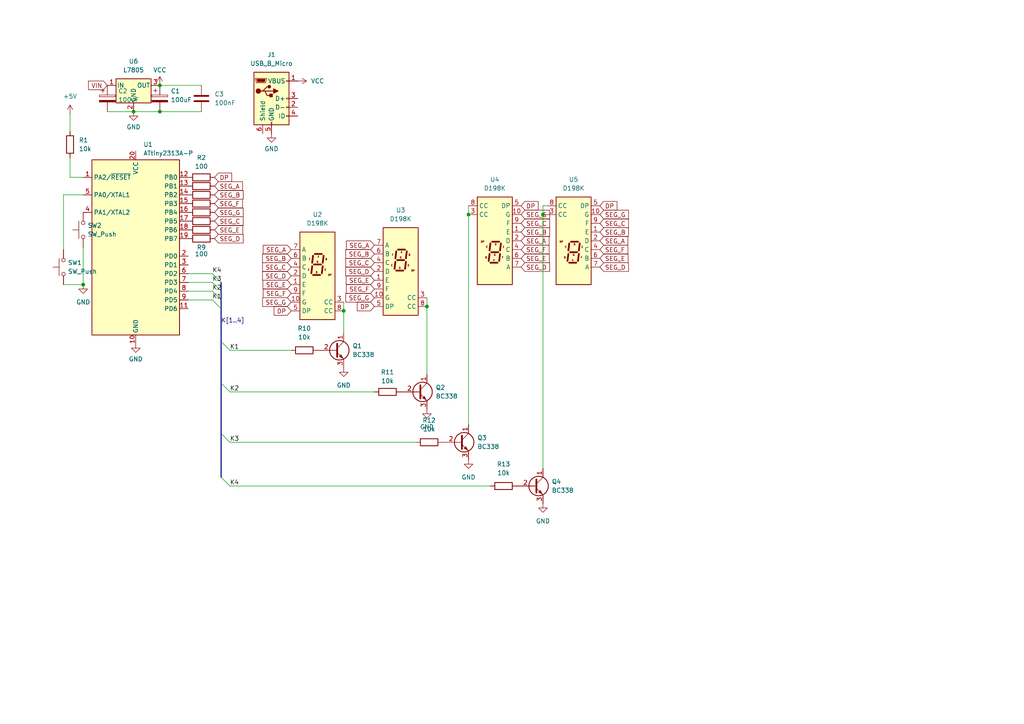
<source format=kicad_sch>
(kicad_sch (version 20230121) (generator eeschema)
  (paper "A4")
  (title_block (title "Multiplexing demo - 7 segment") (date "2023-11-08") (rev "2"))
  (lib_symbols
    (symbol "Connector:USB_B_Micro" (pin_names (offset 1.016))
      (property "Reference" "J" (at -5.08 11.43 0))
      (property "Value" "USB_B_Micro" (at -5.08 8.89 0))
      (symbol "USB_B_Micro_0_1"
        (rectangle (start -5.08 -7.62) (end 5.08 7.62) (stroke (width 0.254)) (fill (type background)))
        (circle (center -3.81 2.159) (radius 0.635) (stroke (width 0.254)) (fill (type outline)))
        (circle (center -0.635 3.429) (radius 0.381) (stroke (width 0.254)) (fill (type outline)))
        (rectangle (start -0.127 -7.62) (end 0.127 -6.858))
        (polyline (pts (xy -1.905 2.159) (xy 0.635 2.159)) (stroke (width 0.254)))
        (polyline (pts (xy -3.175 2.159) (xy -2.54 2.159) (xy -1.27 3.429) (xy -0.635 3.429)) (stroke (width 0.254)))
        (polyline (pts (xy -2.54 2.159) (xy -1.905 2.159) (xy -1.27 0.889) (xy 0 0.889)) (stroke (width 0.254)))
        (polyline (pts (xy 0.635 2.794) (xy 0.635 1.524) (xy 1.905 2.159) (xy 0.635 2.794)) (stroke (width 0.254)) (fill (type outline)))
        (polyline (pts (xy -4.318 5.588) (xy -1.778 5.588) (xy -2.032 4.826) (xy -4.064 4.826) (xy -4.318 5.588)) (fill (type outline)))
        (polyline (pts (xy -4.699 5.842) (xy -4.699 5.588) (xy -4.445 4.826) (xy -4.445 4.572) (xy -1.651 4.572) (xy -1.651 4.826) (xy -1.397 5.588) (xy -1.397 5.842) (xy -4.699 5.842)))
        (rectangle (start 0.254 1.27) (end -0.508 0.508) (stroke (width 0.254)) (fill (type outline)))
        (rectangle (start 5.08 -5.207) (end 4.318 -4.953))
        (rectangle (start 5.08 -2.667) (end 4.318 -2.413))
        (rectangle (start 5.08 -0.127) (end 4.318 0.127))
        (rectangle (start 5.08 4.953) (end 4.318 5.207))
      )
      (symbol "USB_B_Micro_1_1"
        (pin power_out line (at 7.62 5.08 180) (length 2.54) (name "VBUS") (number "1"))
        (pin bidirectional line (at 7.62 -2.54 180) (length 2.54) (name "D-") (number "2"))
        (pin bidirectional line (at 7.62 0 180) (length 2.54) (name "D+") (number "3"))
        (pin passive line (at 7.62 -5.08 180) (length 2.54) (name "ID") (number "4"))
        (pin power_out line (at 0 -10.16 90) (length 2.54) (name "GND") (number "5"))
        (pin passive line (at -2.54 -10.16 90) (length 2.54) (name "Shield") (number "6"))
      )
    )
    (symbol "Device:C" (pin_numbers hide) (pin_names (offset 0.254))
      (property "Reference" "C" (at 0.635 2.54 0))
      (property "Value" "C" (at 0.635 -2.54 0))
      (symbol "C_0_1"
        (polyline (pts (xy -2.032 -0.762) (xy 2.032 -0.762)) (stroke (width 0.508)))
        (polyline (pts (xy -2.032 0.762) (xy 2.032 0.762)) (stroke (width 0.508)))
      )
      (symbol "C_1_1"
        (pin passive line (at 0 3.81 270) (length 2.794) (name "~") (number "1"))
        (pin passive line (at 0 -3.81 90) (length 2.794) (name "~") (number "2"))
      )
    )
    (symbol "Device:C_Polarized" (pin_numbers hide) (pin_names (offset 0.254))
      (property "Reference" "C" (at 0.635 2.54 0))
      (property "Value" "C_Polarized" (at 0.635 -2.54 0))
      (symbol "C_Polarized_0_1"
        (rectangle (start -2.286 0.508) (end 2.286 1.016))
        (polyline (pts (xy -1.778 2.286) (xy -0.762 2.286)))
        (polyline (pts (xy -1.27 2.794) (xy -1.27 1.778)))
        (rectangle (start 2.286 -0.508) (end -2.286 -1.016) (fill (type outline)))
      )
      (symbol "C_Polarized_1_1"
        (pin passive line (at 0 3.81 270) (length 2.794) (name "~") (number "1"))
        (pin passive line (at 0 -3.81 90) (length 2.794) (name "~") (number "2"))
      )
    )
    (symbol "Device:R" (pin_numbers hide) (pin_names (offset 0))
      (property "Reference" "R" (at 2.032 0 90))
      (property "Value" "R" (at 0 0 90))
      (symbol "R_0_1"
        (rectangle (start -1.016 -2.54) (end 1.016 2.54) (stroke (width 0.254)))
      )
      (symbol "R_1_1"
        (pin passive line (at 0 3.81 270) (length 1.27) (name "~") (number "1"))
        (pin passive line (at 0 -3.81 90) (length 1.27) (name "~") (number "2"))
      )
    )
    (symbol "Display_Character:D198K"
      (property "Reference" "U" (at -2.54 13.97 0))
      (property "Value" "D198K" (at 1.27 13.97 0))
      (symbol "D198K_0_0"
        (text "A" (at 0.254 5.588 0) (effects (font (size 0.508 0.508))))
        (text "B" (at 2.54 4.826 0) (effects (font (size 0.508 0.508))))
        (text "C" (at 2.286 1.778 0) (effects (font (size 0.508 0.508))))
        (text "D" (at -0.254 1.016 0) (effects (font (size 0.508 0.508))))
        (text "DP" (at 3.556 0.254 0) (effects (font (size 0.508 0.508))))
        (text "E" (at -2.54 1.778 0) (effects (font (size 0.508 0.508))))
        (text "F" (at -2.286 4.826 0) (effects (font (size 0.508 0.508))))
        (text "G" (at 0 4.064 0) (effects (font (size 0.508 0.508))))
      )
      (symbol "D198K_0_1"
        (rectangle (start -5.08 12.7) (end 5.08 -12.7) (stroke (width 0.254)) (fill (type background)))
        (polyline (pts (xy -1.524 2.794) (xy -1.778 0.762)) (stroke (width 0.508)))
        (polyline (pts (xy -1.27 0.254) (xy 0.762 0.254)) (stroke (width 0.508)))
        (polyline (pts (xy -1.27 5.842) (xy -1.524 3.81)) (stroke (width 0.508)))
        (polyline (pts (xy -1.016 3.302) (xy 1.016 3.302)) (stroke (width 0.508)))
        (polyline (pts (xy -0.762 6.35) (xy 1.27 6.35)) (stroke (width 0.508)))
        (polyline (pts (xy 1.524 2.794) (xy 1.27 0.762)) (stroke (width 0.508)))
        (polyline (pts (xy 1.778 5.842) (xy 1.524 3.81)) (stroke (width 0.508)))
        (polyline (pts (xy 2.54 0.254) (xy 2.54 0.254)) (stroke (width 0.508)))
      )
      (symbol "D198K_1_1"
        (pin input line (at -7.62 -2.54 0) (length 2.54) (name "E") (number "1"))
        (pin input line (at -7.62 -7.62 0) (length 2.54) (name "G") (number "10"))
        (pin input line (at -7.62 0 0) (length 2.54) (name "D") (number "2"))
        (pin input line (at 7.62 -7.62 180) (length 2.54) (name "CC") (number "3"))
        (pin input line (at -7.62 2.54 0) (length 2.54) (name "C") (number "4"))
        (pin input line (at -7.62 -10.16 0) (length 2.54) (name "DP") (number "5"))
        (pin input line (at -7.62 5.08 0) (length 2.54) (name "B") (number "6"))
        (pin input line (at -7.62 7.62 0) (length 2.54) (name "A") (number "7"))
        (pin input line (at 7.62 -10.16 180) (length 2.54) (name "CC") (number "8"))
        (pin input line (at -7.62 -5.08 0) (length 2.54) (name "F") (number "9"))
      )
    )
    (symbol "MCU_Microchip_ATtiny:ATtiny2313A-P"
      (property "Reference" "U" (at -12.7 26.67 0))
      (property "Value" "ATtiny2313A-P" (at 2.54 -26.67 0))
      (symbol "ATtiny2313A-P_0_1"
        (rectangle (start -12.7 -25.4) (end 12.7 25.4) (stroke (width 0.254)) (fill (type background)))
      )
      (symbol "ATtiny2313A-P_1_1"
        (pin bidirectional line (at -15.24 20.32 0) (length 2.54) (name "PA2/~{RESET}") (number "1"))
        (pin power_in line (at 0 -27.94 90) (length 2.54) (name "GND") (number "10"))
        (pin bidirectional line (at 15.24 -17.78 180) (length 2.54) (name "PD6") (number "11"))
        (pin bidirectional line (at 15.24 20.32 180) (length 2.54) (name "PB0") (number "12"))
        (pin bidirectional line (at 15.24 17.78 180) (length 2.54) (name "PB1") (number "13"))
        (pin bidirectional line (at 15.24 15.24 180) (length 2.54) (name "PB2") (number "14"))
        (pin bidirectional line (at 15.24 12.7 180) (length 2.54) (name "PB3") (number "15"))
        (pin bidirectional line (at 15.24 10.16 180) (length 2.54) (name "PB4") (number "16"))
        (pin bidirectional line (at 15.24 7.62 180) (length 2.54) (name "PB5") (number "17"))
        (pin bidirectional line (at 15.24 5.08 180) (length 2.54) (name "PB6") (number "18"))
        (pin bidirectional line (at 15.24 2.54 180) (length 2.54) (name "PB7") (number "19"))
        (pin bidirectional line (at 15.24 -2.54 180) (length 2.54) (name "PD0") (number "2"))
        (pin power_in line (at 0 27.94 270) (length 2.54) (name "VCC") (number "20"))
        (pin bidirectional line (at 15.24 -5.08 180) (length 2.54) (name "PD1") (number "3"))
        (pin bidirectional line (at -15.24 10.16 0) (length 2.54) (name "PA1/XTAL2") (number "4"))
        (pin bidirectional line (at -15.24 15.24 0) (length 2.54) (name "PA0/XTAL1") (number "5"))
        (pin bidirectional line (at 15.24 -7.62 180) (length 2.54) (name "PD2") (number "6"))
        (pin bidirectional line (at 15.24 -10.16 180) (length 2.54) (name "PD3") (number "7"))
        (pin bidirectional line (at 15.24 -12.7 180) (length 2.54) (name "PD4") (number "8"))
        (pin bidirectional line (at 15.24 -15.24 180) (length 2.54) (name "PD5") (number "9"))
      )
    )
    (symbol "Regulator_Linear:L7805" (pin_names (offset 0.254))
      (property "Reference" "U" (at -3.81 3.175 0))
      (property "Value" "L7805" (at 0 3.175 0))
      (symbol "L7805_0_1"
        (rectangle (start -5.08 1.905) (end 5.08 -5.08) (stroke (width 0.254)) (fill (type background)))
      )
      (symbol "L7805_1_1"
        (pin power_in line (at -7.62 0 0) (length 2.54) (name "IN") (number "1"))
        (pin power_in line (at 0 -7.62 90) (length 2.54) (name "GND") (number "2"))
        (pin power_out line (at 7.62 0 180) (length 2.54) (name "OUT") (number "3"))
      )
    )
    (symbol "Switch:SW_Push" (pin_numbers hide) (pin_names (offset 1.016) hide)
      (property "Reference" "SW" (at 1.27 2.54 0))
      (property "Value" "SW_Push" (at 0 -1.524 0))
      (symbol "SW_Push_0_1"
        (circle (center -2.032 0) (radius 0.508))
        (polyline (pts (xy 0 1.27) (xy 0 3.048)))
        (polyline (pts (xy 2.54 1.27) (xy -2.54 1.27)))
        (circle (center 2.032 0) (radius 0.508))
        (pin passive line (at -5.08 0 0) (length 2.54) (name "1") (number "1"))
        (pin passive line (at 5.08 0 180) (length 2.54) (name "2") (number "2"))
      )
    )
    (symbol "Transistor_BJT:BC338" (pin_names (offset 0) hide)
      (property "Reference" "Q" (at 5.08 1.905 0))
      (property "Value" "BC338" (at 5.08 0 0))
      (symbol "BC338_0_1"
        (polyline (pts (xy 0 0) (xy 0.635 0)))
        (polyline (pts (xy 0.635 0.635) (xy 2.54 2.54)))
        (polyline (pts (xy 0.635 -0.635) (xy 2.54 -2.54) (xy 2.54 -2.54)))
        (polyline (pts (xy 0.635 1.905) (xy 0.635 -1.905) (xy 0.635 -1.905)) (stroke (width 0.508)))
        (polyline (pts (xy 1.27 -1.778) (xy 1.778 -1.27) (xy 2.286 -2.286) (xy 1.27 -1.778) (xy 1.27 -1.778)) (fill (type outline)))
        (circle (center 1.27 0) (radius 2.8194) (stroke (width 0.254)))
      )
      (symbol "BC338_1_1"
        (pin passive line (at 2.54 5.08 270) (length 2.54) (name "C") (number "1"))
        (pin input line (at -5.08 0 0) (length 5.08) (name "B") (number "2"))
        (pin passive line (at 2.54 -5.08 90) (length 2.54) (name "E") (number "3"))
      )
    )
    (symbol "power:+5V" (power) (pin_names (offset 0))
      (property "Value" "+5V" (at 0 3.556 0))
      (symbol "+5V_0_1"
        (polyline (pts (xy -0.762 1.27) (xy 0 2.54)))
        (polyline (pts (xy 0 0) (xy 0 2.54)))
        (polyline (pts (xy 0 2.54) (xy 0.762 1.27)))
      )
      (symbol "+5V_1_1"
        (pin power_in line (at 0 0 90) (length 0) hide (name "+5V") (number "1"))
      )
    )
    (symbol "power:GND" (power) (pin_names (offset 0))
      (property "Value" "GND" (at 0 -3.81 0))
      (symbol "GND_0_1"
        (polyline (pts (xy 0 0) (xy 0 -1.27) (xy 1.27 -1.27) (xy 0 -2.54) (xy -1.27 -1.27) (xy 0 -1.27)))
      )
      (symbol "GND_1_1"
        (pin power_in line (at 0 0 270) (length 0) hide (name "GND") (number "1"))
      )
    )
    (symbol "power:VCC" (power) (pin_names (offset 0))
      (property "Value" "VCC" (at 0 3.81 0))
      (symbol "VCC_0_1"
        (polyline (pts (xy -0.762 1.27) (xy 0 2.54)))
        (polyline (pts (xy 0 0) (xy 0 2.54)))
        (polyline (pts (xy 0 2.54) (xy 0.762 1.27)))
      )
      (symbol "VCC_1_1"
        (pin power_in line (at 0 0 90) (length 0) hide (name "VCC") (number "1"))
      )
    )
  )
  (junction (at 38.735 32.385))
  (junction (at 99.695 90.17))
  (junction (at 24.13 82.55))
  (junction (at 46.355 24.765))
  (junction (at 157.48 62.23))
  (junction (at 135.89 62.23))
  (junction (at 46.355 32.385))
  (junction (at 123.825 88.9))
  (bus_entry (at 64.135 99.06) (size 2.54 2.54))
  (bus_entry (at 64.135 138.43) (size 2.54 2.54))
  (bus_entry (at 64.135 111.125) (size 2.54 2.54))
  (bus_entry (at 61.595 84.455) (size 2.54 2.54))
  (bus_entry (at 61.595 86.995) (size 2.54 2.54))
  (bus_entry (at 64.135 125.73) (size 2.54 2.54))
  (bus_entry (at 61.595 81.915) (size 2.54 2.54))
  (bus_entry (at 61.595 79.375) (size 2.54 2.54))
  (bus (pts (xy 64.135 89.535) (xy 64.135 99.06)))
  (wire (pts (xy 66.675 140.97) (xy 142.24 140.97)))
  (bus (pts (xy 64.135 111.125) (xy 64.135 125.73)))
  (wire (pts (xy 46.355 32.385) (xy 58.42 32.385)))
  (wire (pts (xy 18.415 56.515) (xy 18.415 72.39)))
  (wire (pts (xy 135.89 62.23) (xy 135.89 123.19)))
  (wire (pts (xy 66.675 101.6) (xy 84.455 101.6)))
  (wire (pts (xy 123.825 86.36) (xy 123.825 88.9)))
  (bus (pts (xy 64.135 84.455) (xy 64.135 86.995)))
  (wire (pts (xy 31.115 32.385) (xy 38.735 32.385)))
  (wire (pts (xy 20.32 33.02) (xy 20.32 38.1)))
  (wire (pts (xy 99.695 90.17) (xy 99.695 96.52)))
  (wire (pts (xy 157.48 135.89) (xy 157.48 62.23)))
  (wire (pts (xy 46.355 24.765) (xy 58.42 24.765)))
  (bus (pts (xy 64.135 125.73) (xy 64.135 138.43)))
  (bus (pts (xy 64.135 81.915) (xy 64.135 84.455)))
  (wire (pts (xy 24.13 71.755) (xy 24.13 82.55)))
  (wire (pts (xy 123.825 88.9) (xy 123.825 108.585)))
  (wire (pts (xy 66.675 113.665) (xy 108.585 113.665)))
  (wire (pts (xy 20.32 51.435) (xy 24.13 51.435)))
  (wire (pts (xy 20.32 45.72) (xy 20.32 51.435)))
  (wire (pts (xy 66.675 128.27) (xy 120.65 128.27)))
  (wire (pts (xy 157.48 62.23) (xy 157.48 59.69)))
  (wire (pts (xy 54.61 84.455) (xy 61.595 84.455)))
  (wire (pts (xy 157.48 62.23) (xy 158.75 62.23)))
  (wire (pts (xy 135.89 59.69) (xy 135.89 62.23)))
  (bus (pts (xy 64.135 99.06) (xy 64.135 111.125)))
  (wire (pts (xy 54.61 81.915) (xy 61.595 81.915)))
  (wire (pts (xy 54.61 79.375) (xy 61.595 79.375)))
  (wire (pts (xy 18.415 56.515) (xy 24.13 56.515)))
  (wire (pts (xy 157.48 59.69) (xy 158.75 59.69)))
  (bus (pts (xy 64.135 86.995) (xy 64.135 89.535)))
  (wire (pts (xy 99.695 87.63) (xy 99.695 90.17)))
  (wire (pts (xy 38.735 32.385) (xy 46.355 32.385)))
  (wire (pts (xy 54.61 86.995) (xy 61.595 86.995)))
  (wire (pts (xy 18.415 82.55) (xy 24.13 82.55)))
  (label "K4" (at 66.675 140.97 0))
  (label "K2" (at 61.595 84.455 0))
  (label "K[1..4]" (at 64.135 93.98 0))
  (label "K1" (at 61.595 86.995 0))
  (label "K4" (at 61.595 79.375 0))
  (label "K2" (at 66.675 113.665 0))
  (label "K3" (at 61.595 81.915 0))
  (label "K3" (at 66.675 128.27 0))
  (label "K1" (at 66.675 101.6 0))
  (global_label "SEG_E" (shape input) (at 84.455 82.55 180) (property "Intersheetrefs" "${INTERSHEET_REFS}" (effects hide)))
  (global_label "SEG_A" (shape input) (at 84.455 72.39 180) (property "Intersheetrefs" "${INTERSHEET_REFS}" (effects hide)))
  (global_label "SEG_F" (shape input) (at 84.455 85.09 180) (property "Intersheetrefs" "${INTERSHEET_REFS}" (effects hide)))
  (global_label "DP" (shape input) (at 151.13 59.69 0) (property "Intersheetrefs" "${INTERSHEET_REFS}" (effects hide)))
  (global_label "SEG_E" (shape input) (at 62.23 66.675 0) (property "Intersheetrefs" "${INTERSHEET_REFS}" (effects hide)))
  (global_label "SEG_D" (shape input) (at 173.99 77.47 0) (property "Intersheetrefs" "${INTERSHEET_REFS}" (effects hide)))
  (global_label "SEG_B" (shape input) (at 173.99 67.31 0) (property "Intersheetrefs" "${INTERSHEET_REFS}" (effects hide)))
  (global_label "SEG_A" (shape input) (at 173.99 69.85 0) (property "Intersheetrefs" "${INTERSHEET_REFS}" (effects hide)))
  (global_label "SEG_E" (shape input) (at 151.13 74.93 0) (property "Intersheetrefs" "${INTERSHEET_REFS}" (effects hide)))
  (global_label "SEG_F" (shape input) (at 151.13 72.39 0) (property "Intersheetrefs" "${INTERSHEET_REFS}" (effects hide)))
  (global_label "SEG_A" (shape input) (at 108.585 71.12 180) (property "Intersheetrefs" "${INTERSHEET_REFS}" (effects hide)))
  (global_label "SEG_E" (shape input) (at 108.585 81.28 180) (property "Intersheetrefs" "${INTERSHEET_REFS}" (effects hide)))
  (global_label "SEG_C" (shape input) (at 108.585 76.2 180) (property "Intersheetrefs" "${INTERSHEET_REFS}" (effects hide)))
  (global_label "SEG_B" (shape input) (at 151.13 67.31 0) (property "Intersheetrefs" "${INTERSHEET_REFS}" (effects hide)))
  (global_label "SEG_F" (shape input) (at 62.23 59.055 0) (property "Intersheetrefs" "${INTERSHEET_REFS}" (effects hide)))
  (global_label "SEG_G" (shape input) (at 108.585 86.36 180) (property "Intersheetrefs" "${INTERSHEET_REFS}" (effects hide)))
  (global_label "SEG_E" (shape input) (at 173.99 74.93 0) (property "Intersheetrefs" "${INTERSHEET_REFS}" (effects hide)))
  (global_label "SEG_C" (shape input) (at 84.455 77.47 180) (property "Intersheetrefs" "${INTERSHEET_REFS}" (effects hide)))
  (global_label "DP" (shape input) (at 108.585 88.9 180) (property "Intersheetrefs" "${INTERSHEET_REFS}" (effects hide)))
  (global_label "SEG_D" (shape input) (at 84.455 80.01 180) (property "Intersheetrefs" "${INTERSHEET_REFS}" (effects hide)))
  (global_label "SEG_B" (shape input) (at 84.455 74.93 180) (property "Intersheetrefs" "${INTERSHEET_REFS}" (effects hide)))
  (global_label "DP" (shape input) (at 173.99 59.69 0) (property "Intersheetrefs" "${INTERSHEET_REFS}" (effects hide)))
  (global_label "SEG_F" (shape input) (at 173.99 72.39 0) (property "Intersheetrefs" "${INTERSHEET_REFS}" (effects hide)))
  (global_label "SEG_C" (shape input) (at 151.13 64.77 0) (property "Intersheetrefs" "${INTERSHEET_REFS}" (effects hide)))
  (global_label "SEG_D" (shape input) (at 62.23 69.215 0) (property "Intersheetrefs" "${INTERSHEET_REFS}" (effects hide)))
  (global_label "SEG_A" (shape input) (at 62.23 53.975 0) (property "Intersheetrefs" "${INTERSHEET_REFS}" (effects hide)))
  (global_label "SEG_C" (shape input) (at 62.23 64.135 0) (property "Intersheetrefs" "${INTERSHEET_REFS}" (effects hide)))
  (global_label "DP" (shape input) (at 62.23 51.435 0) (property "Intersheetrefs" "${INTERSHEET_REFS}" (effects hide)))
  (global_label "SEG_F" (shape input) (at 108.585 83.82 180) (property "Intersheetrefs" "${INTERSHEET_REFS}" (effects hide)))
  (global_label "DP" (shape input) (at 84.455 90.17 180) (property "Intersheetrefs" "${INTERSHEET_REFS}" (effects hide)))
  (global_label "SEG_D" (shape input) (at 151.13 77.47 0) (property "Intersheetrefs" "${INTERSHEET_REFS}" (effects hide)))
  (global_label "SEG_C" (shape input) (at 173.99 64.77 0) (property "Intersheetrefs" "${INTERSHEET_REFS}" (effects hide)))
  (global_label "SEG_G" (shape input) (at 84.455 87.63 180) (property "Intersheetrefs" "${INTERSHEET_REFS}" (effects hide)))
  (global_label "SEG_B" (shape input) (at 108.585 73.66 180) (property "Intersheetrefs" "${INTERSHEET_REFS}" (effects hide)))
  (global_label "SEG_G" (shape input) (at 173.99 62.23 0) (property "Intersheetrefs" "${INTERSHEET_REFS}" (effects hide)))
  (global_label "SEG_A" (shape input) (at 151.13 69.85 0) (property "Intersheetrefs" "${INTERSHEET_REFS}" (effects hide)))
  (global_label "SEG_G" (shape input) (at 62.23 61.595 0) (property "Intersheetrefs" "${INTERSHEET_REFS}" (effects hide)))
  (global_label "SEG_B" (shape input) (at 62.23 56.515 0) (property "Intersheetrefs" "${INTERSHEET_REFS}" (effects hide)))
  (global_label "SEG_G" (shape input) (at 151.13 62.23 0) (property "Intersheetrefs" "${INTERSHEET_REFS}" (effects hide)))
  (global_label "VIN" (shape input) (at 31.115 24.765 180) (property "Intersheetrefs" "${INTERSHEET_REFS}" (effects hide)))
  (global_label "SEG_D" (shape input) (at 108.585 78.74 180) (property "Intersheetrefs" "${INTERSHEET_REFS}" (effects hide)))
  (symbol (lib_id "Device:R") (at 112.395 113.665 90) (unit 1)
    (property "Reference" "R11" (at 112.395 107.95 90))
    (property "Value" "10k" (at 112.395 110.49 90))
  )
  (symbol (lib_id "Display_Character:D198K") (at 143.51 69.85 180) (unit 1)
    (property "Reference" "U4" (at 143.51 52.07 0))
    (property "Value" "D198K" (at 143.51 54.61 0))
    (property "Footprint" "Display_7Segment:D1X8K" (effects hide))
    (property "Datasheet" "https://ia800903.us.archive.org/24/items/CTKD1x8K/Cromatek%20D168K.pdf" (effects hide))
  )
  (symbol (lib_id "power:GND") (at 123.825 118.745 0) (unit 1)
    (property "Reference" "#PWR03" (effects hide))
    (property "Value" "GND" (at 123.825 123.825 0))
  )
  (symbol (lib_id "Device:R") (at 58.42 53.975 270) (unit 1)
    (property "Reference" "R3" (effects hide))
    (property "Value" "R" (effects hide))
  )
  (symbol (lib_id "Device:R") (at 58.42 69.215 270) (unit 1)
    (property "Reference" "R9" (at 58.42 71.755 90))
    (property "Value" "100" (at 58.42 73.66 90))
  )
  (symbol (lib_id "Device:R") (at 58.42 51.435 270) (unit 1)
    (property "Reference" "R2" (at 58.42 45.72 90))
    (property "Value" "100" (at 58.42 48.26 90))
  )
  (symbol (lib_id "Display_Character:D198K") (at 92.075 80.01 0) (unit 1)
    (property "Reference" "U2" (at 92.075 62.23 0))
    (property "Value" "D198K" (at 92.075 64.77 0))
    (property "Footprint" "Display_7Segment:D1X8K" (effects hide))
    (property "Datasheet" "https://ia800903.us.archive.org/24/items/CTKD1x8K/Cromatek%20D168K.pdf" (effects hide))
  )
  (symbol (lib_id "Device:R") (at 58.42 56.515 270) (unit 1)
    (property "Reference" "R4" (effects hide))
    (property "Value" "R" (effects hide))
  )
  (symbol (lib_id "Device:R") (at 88.265 101.6 270) (unit 1)
    (property "Reference" "R10" (at 88.265 95.25 90))
    (property "Value" "10k" (at 88.265 97.79 90))
  )
  (symbol (lib_id "power:GND") (at 135.89 133.35 0) (unit 1)
    (property "Reference" "#PWR04" (effects hide))
    (property "Value" "GND" (at 135.89 138.43 0))
  )
  (symbol (lib_id "Regulator_Linear:L7805") (at 38.735 24.765 0) (unit 1)
    (property "Reference" "U6" (at 38.735 17.78 0))
    (property "Value" "L7805" (at 38.735 20.32 0))
    (property "Datasheet" "http://www.st.com/content/ccc/resource/technical/document/datasheet/41/4f/b3/b0/12/d4/47/88/CD00000444.pdf/files/CD00000444.pdf/jcr:content/translations/en.CD00000444.pdf" (effects hide))
  )
  (symbol (lib_id "Transistor_BJT:BC338") (at 133.35 128.27 0) (unit 1)
    (property "Reference" "Q3" (at 138.43 127 0) (effects (justify left)))
    (property "Value" "BC338" (at 138.43 129.54 0) (effects (justify left)))
    (property "Footprint" "Package_TO_SOT_THT:TO-92_Inline" (effects hide))
    (property "Datasheet" "http://diotec.com/tl_files/diotec/files/pdf/datasheets/bc337" (effects hide))
  )
  (symbol (lib_id "Display_Character:D198K") (at 166.37 69.85 180) (unit 1)
    (property "Reference" "U5" (at 166.37 52.07 0))
    (property "Value" "D198K" (at 166.37 54.61 0))
    (property "Footprint" "Display_7Segment:D1X8K" (effects hide))
    (property "Datasheet" "https://ia800903.us.archive.org/24/items/CTKD1x8K/Cromatek%20D168K.pdf" (effects hide))
  )
  (symbol (lib_id "Device:R") (at 20.32 41.91 0) (unit 1)
    (property "Reference" "R1" (at 22.86 40.64 0) (effects (justify left)))
    (property "Value" "10k" (at 22.86 43.18 0) (effects (justify left)))
  )
  (symbol (lib_id "power:VCC") (at 86.36 23.495 270) (unit 1)
    (property "Reference" "#PWR011" (effects hide))
    (property "Value" "VCC" (at 90.17 23.495 90) (effects (justify left)))
  )
  (symbol (lib_id "Transistor_BJT:BC338") (at 97.155 101.6 0) (unit 1)
    (property "Reference" "Q1" (at 102.235 100.33 0) (effects (justify left)))
    (property "Value" "BC338" (at 102.235 102.87 0) (effects (justify left)))
    (property "Footprint" "Package_TO_SOT_THT:TO-92_Inline" (effects hide))
    (property "Datasheet" "http://diotec.com/tl_files/diotec/files/pdf/datasheets/bc337" (effects hide))
  )
  (symbol (lib_id "Device:R") (at 58.42 64.135 270) (unit 1)
    (property "Reference" "R7" (effects hide))
    (property "Value" "R" (effects hide))
  )
  (symbol (lib_id "power:VCC") (at 46.355 24.765 0) (unit 1)
    (property "Reference" "#PWR09" (effects hide))
    (property "Value" "VCC" (at 46.355 20.32 0))
  )
  (symbol (lib_id "Switch:SW_Push") (at 18.415 77.47 90) (unit 1)
    (property "Reference" "SW1" (at 19.685 76.2 90) (effects (justify right)))
    (property "Value" "SW_Push" (at 19.685 78.74 90) (effects (justify right)))
  )
  (symbol (lib_id "power:+5V") (at 20.32 33.02 0) (unit 1)
    (property "Reference" "#PWR01" (effects hide))
    (property "Value" "+5V" (at 20.32 27.94 0))
  )
  (symbol (lib_id "Display_Character:D198K") (at 116.205 78.74 0) (unit 1)
    (property "Reference" "U3" (at 116.205 60.96 0))
    (property "Value" "D198K" (at 116.205 63.5 0))
    (property "Footprint" "Display_7Segment:D1X8K" (effects hide))
    (property "Datasheet" "https://ia800903.us.archive.org/24/items/CTKD1x8K/Cromatek%20D168K.pdf" (effects hide))
  )
  (symbol (lib_id "Switch:SW_Push") (at 24.13 66.675 90) (unit 1)
    (property "Reference" "SW2" (at 25.4 65.405 90) (effects (justify right)))
    (property "Value" "SW_Push" (at 25.4 67.945 90) (effects (justify right)))
  )
  (symbol (lib_id "power:GND") (at 99.695 106.68 0) (unit 1)
    (property "Reference" "#PWR02" (effects hide))
    (property "Value" "GND" (at 99.695 111.76 0))
  )
  (symbol (lib_id "power:GND") (at 38.735 32.385 0) (unit 1)
    (property "Reference" "#PWR07" (effects hide))
    (property "Value" "GND" (at 38.735 36.83 0))
  )
  (symbol (lib_id "MCU_Microchip_ATtiny:ATtiny2313A-P") (at 39.37 71.755 0) (unit 1)
    (property "Reference" "U1" (at 41.5641 41.91 0) (effects (justify left)))
    (property "Value" "ATtiny2313A-P" (at 41.5641 44.45 0) (effects (justify left)))
    (property "Footprint" "Package_DIP:DIP-20_W7.62mm" (effects hide))
    (property "Datasheet" "http://ww1.microchip.com/downloads/en/DeviceDoc/doc8246.pdf" (effects hide))
  )
  (symbol (lib_id "Device:C_Polarized") (at 31.115 28.575 0) (unit 1)
    (property "Reference" "C2" (at 34.29 26.416 0) (effects (justify left)))
    (property "Value" "100uF" (at 34.29 28.956 0) (effects (justify left)))
  )
  (symbol (lib_id "power:GND") (at 24.13 82.55 0) (unit 1)
    (property "Reference" "#PWR06" (effects hide))
    (property "Value" "GND" (at 24.13 87.63 0))
  )
  (symbol (lib_id "Device:C_Polarized") (at 46.355 28.575 0) (unit 1)
    (property "Reference" "C1" (at 49.53 26.416 0) (effects (justify left)))
    (property "Value" "100uF" (at 49.53 28.956 0) (effects (justify left)))
  )
  (symbol (lib_id "Device:R") (at 58.42 66.675 270) (unit 1)
    (property "Reference" "R8" (effects hide))
    (property "Value" "R" (effects hide))
  )
  (symbol (lib_id "Device:R") (at 58.42 59.055 270) (unit 1)
    (property "Reference" "R5" (effects hide))
    (property "Value" "R" (effects hide))
  )
  (symbol (lib_id "Device:C") (at 58.42 28.575 0) (unit 1)
    (property "Reference" "C3" (at 62.23 27.305 0) (effects (justify left)))
    (property "Value" "100nF" (at 62.23 29.845 0) (effects (justify left)))
  )
  (symbol (lib_id "Transistor_BJT:BC338") (at 154.94 140.97 0) (unit 1)
    (property "Reference" "Q4" (at 160.02 139.7 0) (effects (justify left)))
    (property "Value" "BC338" (at 160.02 142.24 0) (effects (justify left)))
    (property "Footprint" "Package_TO_SOT_THT:TO-92_Inline" (effects hide))
    (property "Datasheet" "http://diotec.com/tl_files/diotec/files/pdf/datasheets/bc337" (effects hide))
  )
  (symbol (lib_id "Transistor_BJT:BC338") (at 121.285 113.665 0) (unit 1)
    (property "Reference" "Q2" (at 126.365 112.395 0) (effects (justify left)))
    (property "Value" "BC338" (at 126.365 114.935 0) (effects (justify left)))
    (property "Footprint" "Package_TO_SOT_THT:TO-92_Inline" (effects hide))
    (property "Datasheet" "http://diotec.com/tl_files/diotec/files/pdf/datasheets/bc337" (effects hide))
  )
  (symbol (lib_id "Device:R") (at 58.42 61.595 270) (unit 1)
    (property "Reference" "R6" (effects hide))
    (property "Value" "R" (effects hide))
  )
  (symbol (lib_id "power:GND") (at 39.37 99.695 0) (unit 1)
    (property "Reference" "#PWR08" (effects hide))
    (property "Value" "GND" (at 39.37 104.14 0))
  )
  (symbol (lib_id "Device:R") (at 146.05 140.97 90) (unit 1)
    (property "Reference" "R13" (at 146.05 134.62 90))
    (property "Value" "10k" (at 146.05 137.16 90))
  )
  (symbol (lib_id "Device:R") (at 124.46 128.27 90) (unit 1)
    (property "Reference" "R12" (at 124.46 121.92 90))
    (property "Value" "10k" (at 124.46 124.46 90))
  )
  (symbol (lib_id "power:GND") (at 157.48 146.05 0) (unit 1)
    (property "Reference" "#PWR05" (effects hide))
    (property "Value" "GND" (at 157.48 151.13 0))
  )
  (symbol (lib_id "power:GND") (at 78.74 38.735 0) (unit 1)
    (property "Reference" "#PWR010" (effects hide))
    (property "Value" "GND" (at 78.74 43.18 0))
  )
  (symbol (lib_id "Connector:USB_B_Micro") (at 78.74 28.575 0) (unit 1)
    (property "Reference" "J1" (at 78.74 15.875 0))
    (property "Value" "USB_B_Micro" (at 78.74 18.415 0))
  )
)
</source>
